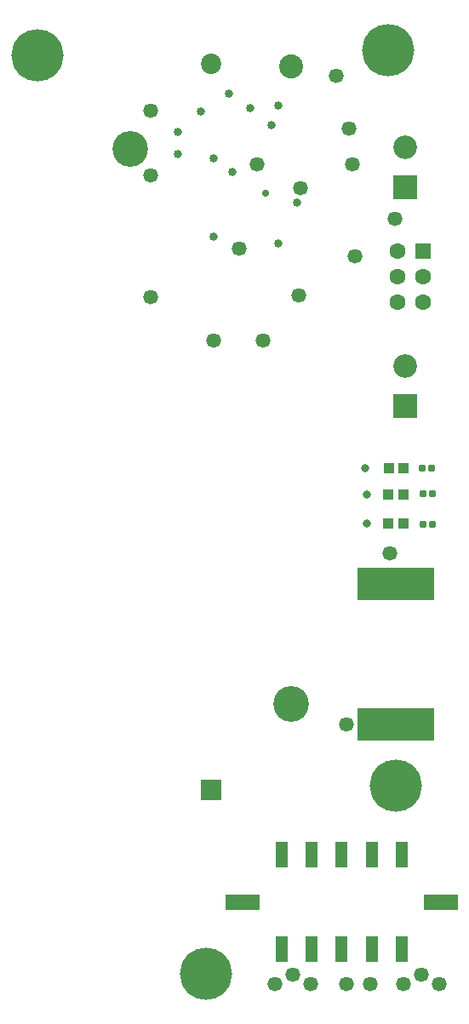
<source format=gbr>
G04*
G04 #@! TF.GenerationSoftware,Altium Limited,Altium Designer,23.10.1 (27)*
G04*
G04 Layer_Color=8388736*
%FSLAX42Y42*%
%MOMM*%
G71*
G04*
G04 #@! TF.SameCoordinates,D788F153-7B32-47A3-9728-DC68925F5BF0*
G04*
G04*
G04 #@! TF.FilePolarity,Negative*
G04*
G01*
G75*
%ADD20R,1.27X2.54*%
%ADD21R,3.43X1.65*%
%ADD23R,7.65X3.20*%
%ADD24C,0.80*%
G04:AMPARAMS|DCode=25|XSize=0.75mm|YSize=0.7mm|CornerRadius=0.16mm|HoleSize=0mm|Usage=FLASHONLY|Rotation=90.000|XOffset=0mm|YOffset=0mm|HoleType=Round|Shape=RoundedRectangle|*
%AMROUNDEDRECTD25*
21,1,0.75,0.38,0,0,90.0*
21,1,0.43,0.70,0,0,90.0*
1,1,0.33,0.19,0.21*
1,1,0.33,0.19,-0.21*
1,1,0.33,-0.19,-0.21*
1,1,0.33,-0.19,0.21*
%
%ADD25ROUNDEDRECTD25*%
%ADD26R,1.00X1.00*%
%ADD27R,2.35X2.35*%
%ADD28C,2.35*%
%ADD29C,1.60*%
%ADD30C,5.20*%
%ADD31R,1.60X1.60*%
%ADD32R,2.02X2.02*%
%ADD33C,2.02*%
%ADD34C,3.55*%
%ADD35C,2.39*%
%ADD36C,0.84*%
%ADD37C,1.47*%
%ADD38C,0.71*%
D20*
X205Y-3988D02*
D03*
X505D02*
D03*
X805D02*
D03*
X1105D02*
D03*
X1405D02*
D03*
X205Y-4928D02*
D03*
X505D02*
D03*
X805D02*
D03*
X1105D02*
D03*
X1405D02*
D03*
D21*
X1794Y-4458D02*
D03*
X-183D02*
D03*
D23*
X1346Y-1295D02*
D03*
Y-2692D02*
D03*
D24*
X1041Y-140D02*
D03*
X1054Y-696D02*
D03*
Y-405D02*
D03*
D25*
X1703Y-699D02*
D03*
X1613D02*
D03*
X1696Y-140D02*
D03*
X1606D02*
D03*
X1703Y-394D02*
D03*
X1613D02*
D03*
D26*
X1269Y-696D02*
D03*
X1419D02*
D03*
X1271Y-140D02*
D03*
X1421D02*
D03*
X1269Y-405D02*
D03*
X1419D02*
D03*
D27*
X1435Y475D02*
D03*
X1435Y2652D02*
D03*
D28*
X1435Y871D02*
D03*
X1435Y3048D02*
D03*
D29*
X1359Y1765D02*
D03*
Y2019D02*
D03*
X1613Y1511D02*
D03*
Y1765D02*
D03*
X1359Y1511D02*
D03*
D30*
X-2223Y3962D02*
D03*
X-546Y-5169D02*
D03*
X1346Y-3302D02*
D03*
X1270Y4013D02*
D03*
D31*
X1613Y2019D02*
D03*
D32*
X-495Y-3340D02*
D03*
D33*
Y3882D02*
D03*
D34*
X-1295Y3031D02*
D03*
X305Y-2489D02*
D03*
D35*
Y3851D02*
D03*
D36*
X-597Y3404D02*
D03*
X172Y3461D02*
D03*
X103Y3271D02*
D03*
X-109Y3436D02*
D03*
X-279Y2807D02*
D03*
X-468Y2942D02*
D03*
X362Y2502D02*
D03*
X-470Y2159D02*
D03*
X-823Y3200D02*
D03*
X-823Y2979D02*
D03*
X178Y2095D02*
D03*
X-317Y3581D02*
D03*
D37*
X317Y-5182D02*
D03*
X1600D02*
D03*
X1778Y-5271D02*
D03*
X1092D02*
D03*
X495D02*
D03*
X1422D02*
D03*
X851D02*
D03*
X140D02*
D03*
X-38Y2883D02*
D03*
X1337Y2340D02*
D03*
X394Y2642D02*
D03*
X940Y1968D02*
D03*
X914Y2883D02*
D03*
X-216Y2045D02*
D03*
X-1092Y2769D02*
D03*
Y1562D02*
D03*
X876Y3238D02*
D03*
X-1092Y3416D02*
D03*
X25Y1130D02*
D03*
X-470D02*
D03*
X851Y-2692D02*
D03*
X1283Y-991D02*
D03*
X749Y3759D02*
D03*
X381Y1575D02*
D03*
D38*
X51Y2591D02*
D03*
M02*

</source>
